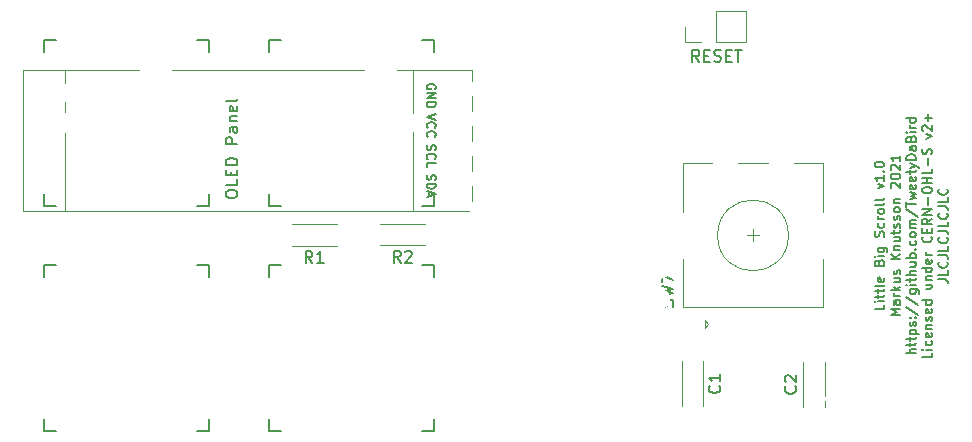
<source format=gto>
%TF.GenerationSoftware,KiCad,Pcbnew,(5.1.9)-1*%
%TF.CreationDate,2021-11-30T13:31:35+01:00*%
%TF.ProjectId,Little_Big_Scroll,4c697474-6c65-45f4-9269-675f5363726f,v1.0*%
%TF.SameCoordinates,Original*%
%TF.FileFunction,Legend,Top*%
%TF.FilePolarity,Positive*%
%FSLAX46Y46*%
G04 Gerber Fmt 4.6, Leading zero omitted, Abs format (unit mm)*
G04 Created by KiCad (PCBNEW (5.1.9)-1) date 2021-11-30 13:31:35*
%MOMM*%
%LPD*%
G01*
G04 APERTURE LIST*
%ADD10C,0.150000*%
%ADD11C,0.120000*%
%ADD12C,0.040000*%
%ADD13C,2.000000*%
%ADD14R,2.000000X3.200000*%
%ADD15R,2.000000X2.000000*%
%ADD16C,1.752600*%
%ADD17R,1.752600X1.752600*%
%ADD18C,1.701800*%
%ADD19C,3.987800*%
%ADD20C,3.000000*%
%ADD21O,1.700000X1.700000*%
%ADD22R,1.700000X1.700000*%
%ADD23C,3.700000*%
%ADD24O,1.400000X1.400000*%
%ADD25C,1.400000*%
G04 APERTURE END LIST*
D10*
X230471904Y-117408571D02*
X230471904Y-117789523D01*
X229671904Y-117789523D01*
X230471904Y-117141904D02*
X229938571Y-117141904D01*
X229671904Y-117141904D02*
X229710000Y-117180000D01*
X229748095Y-117141904D01*
X229710000Y-117103809D01*
X229671904Y-117141904D01*
X229748095Y-117141904D01*
X229938571Y-116875238D02*
X229938571Y-116570476D01*
X229671904Y-116760952D02*
X230357619Y-116760952D01*
X230433809Y-116722857D01*
X230471904Y-116646666D01*
X230471904Y-116570476D01*
X229938571Y-116418095D02*
X229938571Y-116113333D01*
X229671904Y-116303809D02*
X230357619Y-116303809D01*
X230433809Y-116265714D01*
X230471904Y-116189523D01*
X230471904Y-116113333D01*
X230471904Y-115732380D02*
X230433809Y-115808571D01*
X230357619Y-115846666D01*
X229671904Y-115846666D01*
X230433809Y-115122857D02*
X230471904Y-115199047D01*
X230471904Y-115351428D01*
X230433809Y-115427619D01*
X230357619Y-115465714D01*
X230052857Y-115465714D01*
X229976666Y-115427619D01*
X229938571Y-115351428D01*
X229938571Y-115199047D01*
X229976666Y-115122857D01*
X230052857Y-115084761D01*
X230129047Y-115084761D01*
X230205238Y-115465714D01*
X230052857Y-113865714D02*
X230090952Y-113751428D01*
X230129047Y-113713333D01*
X230205238Y-113675238D01*
X230319523Y-113675238D01*
X230395714Y-113713333D01*
X230433809Y-113751428D01*
X230471904Y-113827619D01*
X230471904Y-114132380D01*
X229671904Y-114132380D01*
X229671904Y-113865714D01*
X229710000Y-113789523D01*
X229748095Y-113751428D01*
X229824285Y-113713333D01*
X229900476Y-113713333D01*
X229976666Y-113751428D01*
X230014761Y-113789523D01*
X230052857Y-113865714D01*
X230052857Y-114132380D01*
X230471904Y-113332380D02*
X229938571Y-113332380D01*
X229671904Y-113332380D02*
X229710000Y-113370476D01*
X229748095Y-113332380D01*
X229710000Y-113294285D01*
X229671904Y-113332380D01*
X229748095Y-113332380D01*
X229938571Y-112608571D02*
X230586190Y-112608571D01*
X230662380Y-112646666D01*
X230700476Y-112684761D01*
X230738571Y-112760952D01*
X230738571Y-112875238D01*
X230700476Y-112951428D01*
X230433809Y-112608571D02*
X230471904Y-112684761D01*
X230471904Y-112837142D01*
X230433809Y-112913333D01*
X230395714Y-112951428D01*
X230319523Y-112989523D01*
X230090952Y-112989523D01*
X230014761Y-112951428D01*
X229976666Y-112913333D01*
X229938571Y-112837142D01*
X229938571Y-112684761D01*
X229976666Y-112608571D01*
X230433809Y-111656190D02*
X230471904Y-111541904D01*
X230471904Y-111351428D01*
X230433809Y-111275238D01*
X230395714Y-111237142D01*
X230319523Y-111199047D01*
X230243333Y-111199047D01*
X230167142Y-111237142D01*
X230129047Y-111275238D01*
X230090952Y-111351428D01*
X230052857Y-111503809D01*
X230014761Y-111580000D01*
X229976666Y-111618095D01*
X229900476Y-111656190D01*
X229824285Y-111656190D01*
X229748095Y-111618095D01*
X229710000Y-111580000D01*
X229671904Y-111503809D01*
X229671904Y-111313333D01*
X229710000Y-111199047D01*
X230433809Y-110513333D02*
X230471904Y-110589523D01*
X230471904Y-110741904D01*
X230433809Y-110818095D01*
X230395714Y-110856190D01*
X230319523Y-110894285D01*
X230090952Y-110894285D01*
X230014761Y-110856190D01*
X229976666Y-110818095D01*
X229938571Y-110741904D01*
X229938571Y-110589523D01*
X229976666Y-110513333D01*
X230471904Y-110170476D02*
X229938571Y-110170476D01*
X230090952Y-110170476D02*
X230014761Y-110132380D01*
X229976666Y-110094285D01*
X229938571Y-110018095D01*
X229938571Y-109941904D01*
X230471904Y-109560952D02*
X230433809Y-109637142D01*
X230395714Y-109675238D01*
X230319523Y-109713333D01*
X230090952Y-109713333D01*
X230014761Y-109675238D01*
X229976666Y-109637142D01*
X229938571Y-109560952D01*
X229938571Y-109446666D01*
X229976666Y-109370476D01*
X230014761Y-109332380D01*
X230090952Y-109294285D01*
X230319523Y-109294285D01*
X230395714Y-109332380D01*
X230433809Y-109370476D01*
X230471904Y-109446666D01*
X230471904Y-109560952D01*
X230471904Y-108837142D02*
X230433809Y-108913333D01*
X230357619Y-108951428D01*
X229671904Y-108951428D01*
X230471904Y-108418095D02*
X230433809Y-108494285D01*
X230357619Y-108532380D01*
X229671904Y-108532380D01*
X229938571Y-107580000D02*
X230471904Y-107389523D01*
X229938571Y-107199047D01*
X230471904Y-106475238D02*
X230471904Y-106932380D01*
X230471904Y-106703809D02*
X229671904Y-106703809D01*
X229786190Y-106780000D01*
X229862380Y-106856190D01*
X229900476Y-106932380D01*
X230395714Y-106132380D02*
X230433809Y-106094285D01*
X230471904Y-106132380D01*
X230433809Y-106170476D01*
X230395714Y-106132380D01*
X230471904Y-106132380D01*
X229671904Y-105599047D02*
X229671904Y-105522857D01*
X229710000Y-105446666D01*
X229748095Y-105408571D01*
X229824285Y-105370476D01*
X229976666Y-105332380D01*
X230167142Y-105332380D01*
X230319523Y-105370476D01*
X230395714Y-105408571D01*
X230433809Y-105446666D01*
X230471904Y-105522857D01*
X230471904Y-105599047D01*
X230433809Y-105675238D01*
X230395714Y-105713333D01*
X230319523Y-105751428D01*
X230167142Y-105789523D01*
X229976666Y-105789523D01*
X229824285Y-105751428D01*
X229748095Y-105713333D01*
X229710000Y-105675238D01*
X229671904Y-105599047D01*
X231821904Y-118322857D02*
X231021904Y-118322857D01*
X231593333Y-118056190D01*
X231021904Y-117789523D01*
X231821904Y-117789523D01*
X231821904Y-117065714D02*
X231402857Y-117065714D01*
X231326666Y-117103809D01*
X231288571Y-117180000D01*
X231288571Y-117332380D01*
X231326666Y-117408571D01*
X231783809Y-117065714D02*
X231821904Y-117141904D01*
X231821904Y-117332380D01*
X231783809Y-117408571D01*
X231707619Y-117446666D01*
X231631428Y-117446666D01*
X231555238Y-117408571D01*
X231517142Y-117332380D01*
X231517142Y-117141904D01*
X231479047Y-117065714D01*
X231821904Y-116684761D02*
X231288571Y-116684761D01*
X231440952Y-116684761D02*
X231364761Y-116646666D01*
X231326666Y-116608571D01*
X231288571Y-116532380D01*
X231288571Y-116456190D01*
X231821904Y-116189523D02*
X231021904Y-116189523D01*
X231517142Y-116113333D02*
X231821904Y-115884761D01*
X231288571Y-115884761D02*
X231593333Y-116189523D01*
X231288571Y-115199047D02*
X231821904Y-115199047D01*
X231288571Y-115541904D02*
X231707619Y-115541904D01*
X231783809Y-115503809D01*
X231821904Y-115427619D01*
X231821904Y-115313333D01*
X231783809Y-115237142D01*
X231745714Y-115199047D01*
X231783809Y-114856190D02*
X231821904Y-114780000D01*
X231821904Y-114627619D01*
X231783809Y-114551428D01*
X231707619Y-114513333D01*
X231669523Y-114513333D01*
X231593333Y-114551428D01*
X231555238Y-114627619D01*
X231555238Y-114741904D01*
X231517142Y-114818095D01*
X231440952Y-114856190D01*
X231402857Y-114856190D01*
X231326666Y-114818095D01*
X231288571Y-114741904D01*
X231288571Y-114627619D01*
X231326666Y-114551428D01*
X231821904Y-113560952D02*
X231021904Y-113560952D01*
X231821904Y-113103809D02*
X231364761Y-113446666D01*
X231021904Y-113103809D02*
X231479047Y-113560952D01*
X231288571Y-112760952D02*
X231821904Y-112760952D01*
X231364761Y-112760952D02*
X231326666Y-112722857D01*
X231288571Y-112646666D01*
X231288571Y-112532380D01*
X231326666Y-112456190D01*
X231402857Y-112418095D01*
X231821904Y-112418095D01*
X231288571Y-111694285D02*
X231821904Y-111694285D01*
X231288571Y-112037142D02*
X231707619Y-112037142D01*
X231783809Y-111999047D01*
X231821904Y-111922857D01*
X231821904Y-111808571D01*
X231783809Y-111732380D01*
X231745714Y-111694285D01*
X231288571Y-111427619D02*
X231288571Y-111122857D01*
X231021904Y-111313333D02*
X231707619Y-111313333D01*
X231783809Y-111275238D01*
X231821904Y-111199047D01*
X231821904Y-111122857D01*
X231783809Y-110894285D02*
X231821904Y-110818095D01*
X231821904Y-110665714D01*
X231783809Y-110589523D01*
X231707619Y-110551428D01*
X231669523Y-110551428D01*
X231593333Y-110589523D01*
X231555238Y-110665714D01*
X231555238Y-110780000D01*
X231517142Y-110856190D01*
X231440952Y-110894285D01*
X231402857Y-110894285D01*
X231326666Y-110856190D01*
X231288571Y-110780000D01*
X231288571Y-110665714D01*
X231326666Y-110589523D01*
X231783809Y-110246666D02*
X231821904Y-110170476D01*
X231821904Y-110018095D01*
X231783809Y-109941904D01*
X231707619Y-109903809D01*
X231669523Y-109903809D01*
X231593333Y-109941904D01*
X231555238Y-110018095D01*
X231555238Y-110132380D01*
X231517142Y-110208571D01*
X231440952Y-110246666D01*
X231402857Y-110246666D01*
X231326666Y-110208571D01*
X231288571Y-110132380D01*
X231288571Y-110018095D01*
X231326666Y-109941904D01*
X231821904Y-109446666D02*
X231783809Y-109522857D01*
X231745714Y-109560952D01*
X231669523Y-109599047D01*
X231440952Y-109599047D01*
X231364761Y-109560952D01*
X231326666Y-109522857D01*
X231288571Y-109446666D01*
X231288571Y-109332380D01*
X231326666Y-109256190D01*
X231364761Y-109218095D01*
X231440952Y-109180000D01*
X231669523Y-109180000D01*
X231745714Y-109218095D01*
X231783809Y-109256190D01*
X231821904Y-109332380D01*
X231821904Y-109446666D01*
X231288571Y-108837142D02*
X231821904Y-108837142D01*
X231364761Y-108837142D02*
X231326666Y-108799047D01*
X231288571Y-108722857D01*
X231288571Y-108608571D01*
X231326666Y-108532380D01*
X231402857Y-108494285D01*
X231821904Y-108494285D01*
X231098095Y-107541904D02*
X231060000Y-107503809D01*
X231021904Y-107427619D01*
X231021904Y-107237142D01*
X231060000Y-107160952D01*
X231098095Y-107122857D01*
X231174285Y-107084761D01*
X231250476Y-107084761D01*
X231364761Y-107122857D01*
X231821904Y-107580000D01*
X231821904Y-107084761D01*
X231021904Y-106589523D02*
X231021904Y-106513333D01*
X231060000Y-106437142D01*
X231098095Y-106399047D01*
X231174285Y-106360952D01*
X231326666Y-106322857D01*
X231517142Y-106322857D01*
X231669523Y-106360952D01*
X231745714Y-106399047D01*
X231783809Y-106437142D01*
X231821904Y-106513333D01*
X231821904Y-106589523D01*
X231783809Y-106665714D01*
X231745714Y-106703809D01*
X231669523Y-106741904D01*
X231517142Y-106780000D01*
X231326666Y-106780000D01*
X231174285Y-106741904D01*
X231098095Y-106703809D01*
X231060000Y-106665714D01*
X231021904Y-106589523D01*
X231098095Y-106018095D02*
X231060000Y-105980000D01*
X231021904Y-105903809D01*
X231021904Y-105713333D01*
X231060000Y-105637142D01*
X231098095Y-105599047D01*
X231174285Y-105560952D01*
X231250476Y-105560952D01*
X231364761Y-105599047D01*
X231821904Y-106056190D01*
X231821904Y-105560952D01*
X231821904Y-104799047D02*
X231821904Y-105256190D01*
X231821904Y-105027619D02*
X231021904Y-105027619D01*
X231136190Y-105103809D01*
X231212380Y-105180000D01*
X231250476Y-105256190D01*
X233171904Y-121541904D02*
X232371904Y-121541904D01*
X233171904Y-121199047D02*
X232752857Y-121199047D01*
X232676666Y-121237142D01*
X232638571Y-121313333D01*
X232638571Y-121427619D01*
X232676666Y-121503809D01*
X232714761Y-121541904D01*
X232638571Y-120932380D02*
X232638571Y-120627619D01*
X232371904Y-120818095D02*
X233057619Y-120818095D01*
X233133809Y-120780000D01*
X233171904Y-120703809D01*
X233171904Y-120627619D01*
X232638571Y-120475238D02*
X232638571Y-120170476D01*
X232371904Y-120360952D02*
X233057619Y-120360952D01*
X233133809Y-120322857D01*
X233171904Y-120246666D01*
X233171904Y-120170476D01*
X232638571Y-119903809D02*
X233438571Y-119903809D01*
X232676666Y-119903809D02*
X232638571Y-119827619D01*
X232638571Y-119675238D01*
X232676666Y-119599047D01*
X232714761Y-119560952D01*
X232790952Y-119522857D01*
X233019523Y-119522857D01*
X233095714Y-119560952D01*
X233133809Y-119599047D01*
X233171904Y-119675238D01*
X233171904Y-119827619D01*
X233133809Y-119903809D01*
X233133809Y-119218095D02*
X233171904Y-119141904D01*
X233171904Y-118989523D01*
X233133809Y-118913333D01*
X233057619Y-118875238D01*
X233019523Y-118875238D01*
X232943333Y-118913333D01*
X232905238Y-118989523D01*
X232905238Y-119103809D01*
X232867142Y-119180000D01*
X232790952Y-119218095D01*
X232752857Y-119218095D01*
X232676666Y-119180000D01*
X232638571Y-119103809D01*
X232638571Y-118989523D01*
X232676666Y-118913333D01*
X233095714Y-118532380D02*
X233133809Y-118494285D01*
X233171904Y-118532380D01*
X233133809Y-118570476D01*
X233095714Y-118532380D01*
X233171904Y-118532380D01*
X232676666Y-118532380D02*
X232714761Y-118494285D01*
X232752857Y-118532380D01*
X232714761Y-118570476D01*
X232676666Y-118532380D01*
X232752857Y-118532380D01*
X232333809Y-117580000D02*
X233362380Y-118265714D01*
X232333809Y-116741904D02*
X233362380Y-117427619D01*
X232638571Y-116132380D02*
X233286190Y-116132380D01*
X233362380Y-116170476D01*
X233400476Y-116208571D01*
X233438571Y-116284761D01*
X233438571Y-116399047D01*
X233400476Y-116475238D01*
X233133809Y-116132380D02*
X233171904Y-116208571D01*
X233171904Y-116360952D01*
X233133809Y-116437142D01*
X233095714Y-116475238D01*
X233019523Y-116513333D01*
X232790952Y-116513333D01*
X232714761Y-116475238D01*
X232676666Y-116437142D01*
X232638571Y-116360952D01*
X232638571Y-116208571D01*
X232676666Y-116132380D01*
X233171904Y-115751428D02*
X232638571Y-115751428D01*
X232371904Y-115751428D02*
X232410000Y-115789523D01*
X232448095Y-115751428D01*
X232410000Y-115713333D01*
X232371904Y-115751428D01*
X232448095Y-115751428D01*
X232638571Y-115484761D02*
X232638571Y-115180000D01*
X232371904Y-115370476D02*
X233057619Y-115370476D01*
X233133809Y-115332380D01*
X233171904Y-115256190D01*
X233171904Y-115180000D01*
X233171904Y-114913333D02*
X232371904Y-114913333D01*
X233171904Y-114570476D02*
X232752857Y-114570476D01*
X232676666Y-114608571D01*
X232638571Y-114684761D01*
X232638571Y-114799047D01*
X232676666Y-114875238D01*
X232714761Y-114913333D01*
X232638571Y-113846666D02*
X233171904Y-113846666D01*
X232638571Y-114189523D02*
X233057619Y-114189523D01*
X233133809Y-114151428D01*
X233171904Y-114075238D01*
X233171904Y-113960952D01*
X233133809Y-113884761D01*
X233095714Y-113846666D01*
X233171904Y-113465714D02*
X232371904Y-113465714D01*
X232676666Y-113465714D02*
X232638571Y-113389523D01*
X232638571Y-113237142D01*
X232676666Y-113160952D01*
X232714761Y-113122857D01*
X232790952Y-113084761D01*
X233019523Y-113084761D01*
X233095714Y-113122857D01*
X233133809Y-113160952D01*
X233171904Y-113237142D01*
X233171904Y-113389523D01*
X233133809Y-113465714D01*
X233095714Y-112741904D02*
X233133809Y-112703809D01*
X233171904Y-112741904D01*
X233133809Y-112780000D01*
X233095714Y-112741904D01*
X233171904Y-112741904D01*
X233133809Y-112018095D02*
X233171904Y-112094285D01*
X233171904Y-112246666D01*
X233133809Y-112322857D01*
X233095714Y-112360952D01*
X233019523Y-112399047D01*
X232790952Y-112399047D01*
X232714761Y-112360952D01*
X232676666Y-112322857D01*
X232638571Y-112246666D01*
X232638571Y-112094285D01*
X232676666Y-112018095D01*
X233171904Y-111560952D02*
X233133809Y-111637142D01*
X233095714Y-111675238D01*
X233019523Y-111713333D01*
X232790952Y-111713333D01*
X232714761Y-111675238D01*
X232676666Y-111637142D01*
X232638571Y-111560952D01*
X232638571Y-111446666D01*
X232676666Y-111370476D01*
X232714761Y-111332380D01*
X232790952Y-111294285D01*
X233019523Y-111294285D01*
X233095714Y-111332380D01*
X233133809Y-111370476D01*
X233171904Y-111446666D01*
X233171904Y-111560952D01*
X233171904Y-110951428D02*
X232638571Y-110951428D01*
X232714761Y-110951428D02*
X232676666Y-110913333D01*
X232638571Y-110837142D01*
X232638571Y-110722857D01*
X232676666Y-110646666D01*
X232752857Y-110608571D01*
X233171904Y-110608571D01*
X232752857Y-110608571D02*
X232676666Y-110570476D01*
X232638571Y-110494285D01*
X232638571Y-110380000D01*
X232676666Y-110303809D01*
X232752857Y-110265714D01*
X233171904Y-110265714D01*
X232333809Y-109313333D02*
X233362380Y-109999047D01*
X232371904Y-109160952D02*
X232371904Y-108703809D01*
X233171904Y-108932380D02*
X232371904Y-108932380D01*
X232638571Y-108513333D02*
X233171904Y-108360952D01*
X232790952Y-108208571D01*
X233171904Y-108056190D01*
X232638571Y-107903809D01*
X233133809Y-107294285D02*
X233171904Y-107370476D01*
X233171904Y-107522857D01*
X233133809Y-107599047D01*
X233057619Y-107637142D01*
X232752857Y-107637142D01*
X232676666Y-107599047D01*
X232638571Y-107522857D01*
X232638571Y-107370476D01*
X232676666Y-107294285D01*
X232752857Y-107256190D01*
X232829047Y-107256190D01*
X232905238Y-107637142D01*
X233133809Y-106608571D02*
X233171904Y-106684761D01*
X233171904Y-106837142D01*
X233133809Y-106913333D01*
X233057619Y-106951428D01*
X232752857Y-106951428D01*
X232676666Y-106913333D01*
X232638571Y-106837142D01*
X232638571Y-106684761D01*
X232676666Y-106608571D01*
X232752857Y-106570476D01*
X232829047Y-106570476D01*
X232905238Y-106951428D01*
X232638571Y-106341904D02*
X232638571Y-106037142D01*
X232371904Y-106227619D02*
X233057619Y-106227619D01*
X233133809Y-106189523D01*
X233171904Y-106113333D01*
X233171904Y-106037142D01*
X232638571Y-105846666D02*
X233171904Y-105656190D01*
X232638571Y-105465714D02*
X233171904Y-105656190D01*
X233362380Y-105732380D01*
X233400476Y-105770476D01*
X233438571Y-105846666D01*
X233171904Y-105160952D02*
X232371904Y-105160952D01*
X232371904Y-104970476D01*
X232410000Y-104856190D01*
X232486190Y-104780000D01*
X232562380Y-104741904D01*
X232714761Y-104703809D01*
X232829047Y-104703809D01*
X232981428Y-104741904D01*
X233057619Y-104780000D01*
X233133809Y-104856190D01*
X233171904Y-104970476D01*
X233171904Y-105160952D01*
X233171904Y-104018095D02*
X232752857Y-104018095D01*
X232676666Y-104056190D01*
X232638571Y-104132380D01*
X232638571Y-104284761D01*
X232676666Y-104360952D01*
X233133809Y-104018095D02*
X233171904Y-104094285D01*
X233171904Y-104284761D01*
X233133809Y-104360952D01*
X233057619Y-104399047D01*
X232981428Y-104399047D01*
X232905238Y-104360952D01*
X232867142Y-104284761D01*
X232867142Y-104094285D01*
X232829047Y-104018095D01*
X232752857Y-103370476D02*
X232790952Y-103256190D01*
X232829047Y-103218095D01*
X232905238Y-103180000D01*
X233019523Y-103180000D01*
X233095714Y-103218095D01*
X233133809Y-103256190D01*
X233171904Y-103332380D01*
X233171904Y-103637142D01*
X232371904Y-103637142D01*
X232371904Y-103370476D01*
X232410000Y-103294285D01*
X232448095Y-103256190D01*
X232524285Y-103218095D01*
X232600476Y-103218095D01*
X232676666Y-103256190D01*
X232714761Y-103294285D01*
X232752857Y-103370476D01*
X232752857Y-103637142D01*
X233171904Y-102837142D02*
X232638571Y-102837142D01*
X232371904Y-102837142D02*
X232410000Y-102875238D01*
X232448095Y-102837142D01*
X232410000Y-102799047D01*
X232371904Y-102837142D01*
X232448095Y-102837142D01*
X233171904Y-102456190D02*
X232638571Y-102456190D01*
X232790952Y-102456190D02*
X232714761Y-102418095D01*
X232676666Y-102380000D01*
X232638571Y-102303809D01*
X232638571Y-102227619D01*
X233171904Y-101618095D02*
X232371904Y-101618095D01*
X233133809Y-101618095D02*
X233171904Y-101694285D01*
X233171904Y-101846666D01*
X233133809Y-101922857D01*
X233095714Y-101960952D01*
X233019523Y-101999047D01*
X232790952Y-101999047D01*
X232714761Y-101960952D01*
X232676666Y-101922857D01*
X232638571Y-101846666D01*
X232638571Y-101694285D01*
X232676666Y-101618095D01*
X234521904Y-121484761D02*
X234521904Y-121865714D01*
X233721904Y-121865714D01*
X234521904Y-121218095D02*
X233988571Y-121218095D01*
X233721904Y-121218095D02*
X233760000Y-121256190D01*
X233798095Y-121218095D01*
X233760000Y-121180000D01*
X233721904Y-121218095D01*
X233798095Y-121218095D01*
X234483809Y-120494285D02*
X234521904Y-120570476D01*
X234521904Y-120722857D01*
X234483809Y-120799047D01*
X234445714Y-120837142D01*
X234369523Y-120875238D01*
X234140952Y-120875238D01*
X234064761Y-120837142D01*
X234026666Y-120799047D01*
X233988571Y-120722857D01*
X233988571Y-120570476D01*
X234026666Y-120494285D01*
X234483809Y-119846666D02*
X234521904Y-119922857D01*
X234521904Y-120075238D01*
X234483809Y-120151428D01*
X234407619Y-120189523D01*
X234102857Y-120189523D01*
X234026666Y-120151428D01*
X233988571Y-120075238D01*
X233988571Y-119922857D01*
X234026666Y-119846666D01*
X234102857Y-119808571D01*
X234179047Y-119808571D01*
X234255238Y-120189523D01*
X233988571Y-119465714D02*
X234521904Y-119465714D01*
X234064761Y-119465714D02*
X234026666Y-119427619D01*
X233988571Y-119351428D01*
X233988571Y-119237142D01*
X234026666Y-119160952D01*
X234102857Y-119122857D01*
X234521904Y-119122857D01*
X234483809Y-118780000D02*
X234521904Y-118703809D01*
X234521904Y-118551428D01*
X234483809Y-118475238D01*
X234407619Y-118437142D01*
X234369523Y-118437142D01*
X234293333Y-118475238D01*
X234255238Y-118551428D01*
X234255238Y-118665714D01*
X234217142Y-118741904D01*
X234140952Y-118780000D01*
X234102857Y-118780000D01*
X234026666Y-118741904D01*
X233988571Y-118665714D01*
X233988571Y-118551428D01*
X234026666Y-118475238D01*
X234483809Y-117789523D02*
X234521904Y-117865714D01*
X234521904Y-118018095D01*
X234483809Y-118094285D01*
X234407619Y-118132380D01*
X234102857Y-118132380D01*
X234026666Y-118094285D01*
X233988571Y-118018095D01*
X233988571Y-117865714D01*
X234026666Y-117789523D01*
X234102857Y-117751428D01*
X234179047Y-117751428D01*
X234255238Y-118132380D01*
X234521904Y-117065714D02*
X233721904Y-117065714D01*
X234483809Y-117065714D02*
X234521904Y-117141904D01*
X234521904Y-117294285D01*
X234483809Y-117370476D01*
X234445714Y-117408571D01*
X234369523Y-117446666D01*
X234140952Y-117446666D01*
X234064761Y-117408571D01*
X234026666Y-117370476D01*
X233988571Y-117294285D01*
X233988571Y-117141904D01*
X234026666Y-117065714D01*
X233988571Y-115732380D02*
X234521904Y-115732380D01*
X233988571Y-116075238D02*
X234407619Y-116075238D01*
X234483809Y-116037142D01*
X234521904Y-115960952D01*
X234521904Y-115846666D01*
X234483809Y-115770476D01*
X234445714Y-115732380D01*
X233988571Y-115351428D02*
X234521904Y-115351428D01*
X234064761Y-115351428D02*
X234026666Y-115313333D01*
X233988571Y-115237142D01*
X233988571Y-115122857D01*
X234026666Y-115046666D01*
X234102857Y-115008571D01*
X234521904Y-115008571D01*
X234521904Y-114284761D02*
X233721904Y-114284761D01*
X234483809Y-114284761D02*
X234521904Y-114360952D01*
X234521904Y-114513333D01*
X234483809Y-114589523D01*
X234445714Y-114627619D01*
X234369523Y-114665714D01*
X234140952Y-114665714D01*
X234064761Y-114627619D01*
X234026666Y-114589523D01*
X233988571Y-114513333D01*
X233988571Y-114360952D01*
X234026666Y-114284761D01*
X234483809Y-113599047D02*
X234521904Y-113675238D01*
X234521904Y-113827619D01*
X234483809Y-113903809D01*
X234407619Y-113941904D01*
X234102857Y-113941904D01*
X234026666Y-113903809D01*
X233988571Y-113827619D01*
X233988571Y-113675238D01*
X234026666Y-113599047D01*
X234102857Y-113560952D01*
X234179047Y-113560952D01*
X234255238Y-113941904D01*
X234521904Y-113218095D02*
X233988571Y-113218095D01*
X234140952Y-113218095D02*
X234064761Y-113180000D01*
X234026666Y-113141904D01*
X233988571Y-113065714D01*
X233988571Y-112989523D01*
X234445714Y-111656190D02*
X234483809Y-111694285D01*
X234521904Y-111808571D01*
X234521904Y-111884761D01*
X234483809Y-111999047D01*
X234407619Y-112075238D01*
X234331428Y-112113333D01*
X234179047Y-112151428D01*
X234064761Y-112151428D01*
X233912380Y-112113333D01*
X233836190Y-112075238D01*
X233760000Y-111999047D01*
X233721904Y-111884761D01*
X233721904Y-111808571D01*
X233760000Y-111694285D01*
X233798095Y-111656190D01*
X234102857Y-111313333D02*
X234102857Y-111046666D01*
X234521904Y-110932380D02*
X234521904Y-111313333D01*
X233721904Y-111313333D01*
X233721904Y-110932380D01*
X234521904Y-110132380D02*
X234140952Y-110399047D01*
X234521904Y-110589523D02*
X233721904Y-110589523D01*
X233721904Y-110284761D01*
X233760000Y-110208571D01*
X233798095Y-110170476D01*
X233874285Y-110132380D01*
X233988571Y-110132380D01*
X234064761Y-110170476D01*
X234102857Y-110208571D01*
X234140952Y-110284761D01*
X234140952Y-110589523D01*
X234521904Y-109789523D02*
X233721904Y-109789523D01*
X234521904Y-109332380D01*
X233721904Y-109332380D01*
X234217142Y-108951428D02*
X234217142Y-108341904D01*
X233721904Y-107808571D02*
X233721904Y-107656190D01*
X233760000Y-107580000D01*
X233836190Y-107503809D01*
X233988571Y-107465714D01*
X234255238Y-107465714D01*
X234407619Y-107503809D01*
X234483809Y-107580000D01*
X234521904Y-107656190D01*
X234521904Y-107808571D01*
X234483809Y-107884761D01*
X234407619Y-107960952D01*
X234255238Y-107999047D01*
X233988571Y-107999047D01*
X233836190Y-107960952D01*
X233760000Y-107884761D01*
X233721904Y-107808571D01*
X234521904Y-107122857D02*
X233721904Y-107122857D01*
X234102857Y-107122857D02*
X234102857Y-106665714D01*
X234521904Y-106665714D02*
X233721904Y-106665714D01*
X234521904Y-105903809D02*
X234521904Y-106284761D01*
X233721904Y-106284761D01*
X234217142Y-105637142D02*
X234217142Y-105027619D01*
X234483809Y-104684761D02*
X234521904Y-104570476D01*
X234521904Y-104380000D01*
X234483809Y-104303809D01*
X234445714Y-104265714D01*
X234369523Y-104227619D01*
X234293333Y-104227619D01*
X234217142Y-104265714D01*
X234179047Y-104303809D01*
X234140952Y-104380000D01*
X234102857Y-104532380D01*
X234064761Y-104608571D01*
X234026666Y-104646666D01*
X233950476Y-104684761D01*
X233874285Y-104684761D01*
X233798095Y-104646666D01*
X233760000Y-104608571D01*
X233721904Y-104532380D01*
X233721904Y-104341904D01*
X233760000Y-104227619D01*
X233988571Y-103351428D02*
X234521904Y-103160952D01*
X233988571Y-102970476D01*
X233798095Y-102703809D02*
X233760000Y-102665714D01*
X233721904Y-102589523D01*
X233721904Y-102399047D01*
X233760000Y-102322857D01*
X233798095Y-102284761D01*
X233874285Y-102246666D01*
X233950476Y-102246666D01*
X234064761Y-102284761D01*
X234521904Y-102741904D01*
X234521904Y-102246666D01*
X234217142Y-101903809D02*
X234217142Y-101294285D01*
X234521904Y-101599047D02*
X233912380Y-101599047D01*
X235071904Y-115275238D02*
X235643333Y-115275238D01*
X235757619Y-115313333D01*
X235833809Y-115389523D01*
X235871904Y-115503809D01*
X235871904Y-115580000D01*
X235871904Y-114513333D02*
X235871904Y-114894285D01*
X235071904Y-114894285D01*
X235795714Y-113789523D02*
X235833809Y-113827619D01*
X235871904Y-113941904D01*
X235871904Y-114018095D01*
X235833809Y-114132380D01*
X235757619Y-114208571D01*
X235681428Y-114246666D01*
X235529047Y-114284761D01*
X235414761Y-114284761D01*
X235262380Y-114246666D01*
X235186190Y-114208571D01*
X235110000Y-114132380D01*
X235071904Y-114018095D01*
X235071904Y-113941904D01*
X235110000Y-113827619D01*
X235148095Y-113789523D01*
X235071904Y-113218095D02*
X235643333Y-113218095D01*
X235757619Y-113256190D01*
X235833809Y-113332380D01*
X235871904Y-113446666D01*
X235871904Y-113522857D01*
X235871904Y-112456190D02*
X235871904Y-112837142D01*
X235071904Y-112837142D01*
X235795714Y-111732380D02*
X235833809Y-111770476D01*
X235871904Y-111884761D01*
X235871904Y-111960952D01*
X235833809Y-112075238D01*
X235757619Y-112151428D01*
X235681428Y-112189523D01*
X235529047Y-112227619D01*
X235414761Y-112227619D01*
X235262380Y-112189523D01*
X235186190Y-112151428D01*
X235110000Y-112075238D01*
X235071904Y-111960952D01*
X235071904Y-111884761D01*
X235110000Y-111770476D01*
X235148095Y-111732380D01*
X235071904Y-111160952D02*
X235643333Y-111160952D01*
X235757619Y-111199047D01*
X235833809Y-111275238D01*
X235871904Y-111389523D01*
X235871904Y-111465714D01*
X235871904Y-110399047D02*
X235871904Y-110780000D01*
X235071904Y-110780000D01*
X235795714Y-109675238D02*
X235833809Y-109713333D01*
X235871904Y-109827619D01*
X235871904Y-109903809D01*
X235833809Y-110018095D01*
X235757619Y-110094285D01*
X235681428Y-110132380D01*
X235529047Y-110170476D01*
X235414761Y-110170476D01*
X235262380Y-110132380D01*
X235186190Y-110094285D01*
X235110000Y-110018095D01*
X235071904Y-109903809D01*
X235071904Y-109827619D01*
X235110000Y-109713333D01*
X235148095Y-109675238D01*
X235071904Y-109103809D02*
X235643333Y-109103809D01*
X235757619Y-109141904D01*
X235833809Y-109218095D01*
X235871904Y-109332380D01*
X235871904Y-109408571D01*
X235871904Y-108341904D02*
X235871904Y-108722857D01*
X235071904Y-108722857D01*
X235795714Y-107618095D02*
X235833809Y-107656190D01*
X235871904Y-107770476D01*
X235871904Y-107846666D01*
X235833809Y-107960952D01*
X235757619Y-108037142D01*
X235681428Y-108075238D01*
X235529047Y-108113333D01*
X235414761Y-108113333D01*
X235262380Y-108075238D01*
X235186190Y-108037142D01*
X235110000Y-107960952D01*
X235071904Y-107846666D01*
X235071904Y-107770476D01*
X235110000Y-107656190D01*
X235148095Y-107618095D01*
D11*
X222380000Y-111555000D02*
G75*
G03*
X222380000Y-111555000I-3000000J0D01*
G01*
X213480000Y-109555000D02*
X213480000Y-105455000D01*
X225280000Y-105455000D02*
X225280000Y-109555000D01*
X225280000Y-113555000D02*
X225280000Y-117655000D01*
X213480000Y-113555000D02*
X213480000Y-117655000D01*
X213480000Y-117655000D02*
X225280000Y-117655000D01*
X215580000Y-119055000D02*
X215280000Y-119355000D01*
X215280000Y-119355000D02*
X215280000Y-118755000D01*
X215280000Y-118755000D02*
X215580000Y-119055000D01*
X213480000Y-105455000D02*
X215880000Y-105455000D01*
X218080000Y-105455000D02*
X220680000Y-105455000D01*
X222880000Y-105455000D02*
X225280000Y-105455000D01*
X218880000Y-111555000D02*
X219880000Y-111555000D01*
X219380000Y-112055000D02*
X219380000Y-111055000D01*
D10*
X192380000Y-114080000D02*
X192380000Y-115080000D01*
X191380000Y-128080000D02*
X192380000Y-128080000D01*
X192380000Y-114080000D02*
X191380000Y-114080000D01*
X192380000Y-127080000D02*
X192380000Y-128080000D01*
X178380000Y-128080000D02*
X178380000Y-127080000D01*
X179380000Y-114080000D02*
X178380000Y-114080000D01*
X178380000Y-128080000D02*
X179380000Y-128080000D01*
X178380000Y-115080000D02*
X178380000Y-114080000D01*
X173330000Y-114080000D02*
X173330000Y-115080000D01*
X172330000Y-128080000D02*
X173330000Y-128080000D01*
X173330000Y-114080000D02*
X172330000Y-114080000D01*
X173330000Y-127080000D02*
X173330000Y-128080000D01*
X159330000Y-128080000D02*
X159330000Y-127080000D01*
X160330000Y-114080000D02*
X159330000Y-114080000D01*
X159330000Y-128080000D02*
X160330000Y-128080000D01*
X159330000Y-115080000D02*
X159330000Y-114080000D01*
X192380000Y-95030000D02*
X192380000Y-96030000D01*
X191380000Y-109030000D02*
X192380000Y-109030000D01*
X192380000Y-95030000D02*
X191380000Y-95030000D01*
X192380000Y-108030000D02*
X192380000Y-109030000D01*
X178380000Y-109030000D02*
X178380000Y-108030000D01*
X179380000Y-95030000D02*
X178380000Y-95030000D01*
X178380000Y-109030000D02*
X179380000Y-109030000D01*
X178380000Y-96030000D02*
X178380000Y-95030000D01*
X173330000Y-95030000D02*
X173330000Y-96030000D01*
X172330000Y-109030000D02*
X173330000Y-109030000D01*
X173330000Y-95030000D02*
X172330000Y-95030000D01*
X173330000Y-108030000D02*
X173330000Y-109030000D01*
X159330000Y-109030000D02*
X159330000Y-108030000D01*
X160330000Y-95030000D02*
X159330000Y-95030000D01*
X159330000Y-109030000D02*
X160330000Y-109030000D01*
X159330000Y-96030000D02*
X159330000Y-95030000D01*
D12*
X161105000Y-97530000D02*
X161105000Y-109530000D01*
X190605000Y-97530000D02*
X190605000Y-109530000D01*
X195605000Y-97530000D02*
X157605000Y-97530000D01*
X157605000Y-97530000D02*
X157605000Y-109530000D01*
X157605000Y-109530000D02*
X195605000Y-109530000D01*
X195605000Y-109530000D02*
X195605000Y-97530000D01*
D11*
X218820000Y-95200000D02*
X218820000Y-92540000D01*
X216220000Y-95200000D02*
X218820000Y-95200000D01*
X216220000Y-92540000D02*
X218820000Y-92540000D01*
X216220000Y-95200000D02*
X216220000Y-92540000D01*
X214950000Y-95200000D02*
X213620000Y-95200000D01*
X213620000Y-95200000D02*
X213620000Y-93870000D01*
X223600000Y-126080000D02*
X223600000Y-122240000D01*
X225440000Y-126080000D02*
X225440000Y-122240000D01*
X215170000Y-122190000D02*
X215170000Y-126030000D01*
X213330000Y-122190000D02*
X213330000Y-126030000D01*
X191640000Y-112400000D02*
X187800000Y-112400000D01*
X191640000Y-110560000D02*
X187800000Y-110560000D01*
X184150000Y-112420000D02*
X180310000Y-112420000D01*
X184150000Y-110580000D02*
X180310000Y-110580000D01*
D10*
X212584761Y-117588333D02*
X212632380Y-117445476D01*
X212632380Y-117207380D01*
X212584761Y-117112142D01*
X212537142Y-117064523D01*
X212441904Y-117016904D01*
X212346666Y-117016904D01*
X212251428Y-117064523D01*
X212203809Y-117112142D01*
X212156190Y-117207380D01*
X212108571Y-117397857D01*
X212060952Y-117493095D01*
X212013333Y-117540714D01*
X211918095Y-117588333D01*
X211822857Y-117588333D01*
X211727619Y-117540714D01*
X211680000Y-117493095D01*
X211632380Y-117397857D01*
X211632380Y-117159761D01*
X211680000Y-117016904D01*
X211632380Y-116683571D02*
X212632380Y-116445476D01*
X211918095Y-116255000D01*
X212632380Y-116064523D01*
X211632380Y-115826428D01*
X211632380Y-115540714D02*
X211632380Y-114874047D01*
X212632380Y-115302619D01*
X191801428Y-106429285D02*
X191765714Y-106536428D01*
X191765714Y-106715000D01*
X191801428Y-106786428D01*
X191837142Y-106822142D01*
X191908571Y-106857857D01*
X191980000Y-106857857D01*
X192051428Y-106822142D01*
X192087142Y-106786428D01*
X192122857Y-106715000D01*
X192158571Y-106572142D01*
X192194285Y-106500714D01*
X192230000Y-106465000D01*
X192301428Y-106429285D01*
X192372857Y-106429285D01*
X192444285Y-106465000D01*
X192480000Y-106500714D01*
X192515714Y-106572142D01*
X192515714Y-106750714D01*
X192480000Y-106857857D01*
X191765714Y-107179285D02*
X192515714Y-107179285D01*
X192515714Y-107357857D01*
X192480000Y-107465000D01*
X192408571Y-107536428D01*
X192337142Y-107572142D01*
X192194285Y-107607857D01*
X192087142Y-107607857D01*
X191944285Y-107572142D01*
X191872857Y-107536428D01*
X191801428Y-107465000D01*
X191765714Y-107357857D01*
X191765714Y-107179285D01*
X191980000Y-107893571D02*
X191980000Y-108250714D01*
X191765714Y-107822142D02*
X192515714Y-108072142D01*
X191765714Y-108322142D01*
X191801428Y-103907142D02*
X191765714Y-104014285D01*
X191765714Y-104192857D01*
X191801428Y-104264285D01*
X191837142Y-104300000D01*
X191908571Y-104335714D01*
X191980000Y-104335714D01*
X192051428Y-104300000D01*
X192087142Y-104264285D01*
X192122857Y-104192857D01*
X192158571Y-104050000D01*
X192194285Y-103978571D01*
X192230000Y-103942857D01*
X192301428Y-103907142D01*
X192372857Y-103907142D01*
X192444285Y-103942857D01*
X192480000Y-103978571D01*
X192515714Y-104050000D01*
X192515714Y-104228571D01*
X192480000Y-104335714D01*
X191837142Y-105085714D02*
X191801428Y-105050000D01*
X191765714Y-104942857D01*
X191765714Y-104871428D01*
X191801428Y-104764285D01*
X191872857Y-104692857D01*
X191944285Y-104657142D01*
X192087142Y-104621428D01*
X192194285Y-104621428D01*
X192337142Y-104657142D01*
X192408571Y-104692857D01*
X192480000Y-104764285D01*
X192515714Y-104871428D01*
X192515714Y-104942857D01*
X192480000Y-105050000D01*
X192444285Y-105085714D01*
X191765714Y-105764285D02*
X191765714Y-105407142D01*
X192515714Y-105407142D01*
X192515714Y-101260000D02*
X191765714Y-101510000D01*
X192515714Y-101760000D01*
X191837142Y-102438571D02*
X191801428Y-102402857D01*
X191765714Y-102295714D01*
X191765714Y-102224285D01*
X191801428Y-102117142D01*
X191872857Y-102045714D01*
X191944285Y-102010000D01*
X192087142Y-101974285D01*
X192194285Y-101974285D01*
X192337142Y-102010000D01*
X192408571Y-102045714D01*
X192480000Y-102117142D01*
X192515714Y-102224285D01*
X192515714Y-102295714D01*
X192480000Y-102402857D01*
X192444285Y-102438571D01*
X191837142Y-103188571D02*
X191801428Y-103152857D01*
X191765714Y-103045714D01*
X191765714Y-102974285D01*
X191801428Y-102867142D01*
X191872857Y-102795714D01*
X191944285Y-102760000D01*
X192087142Y-102724285D01*
X192194285Y-102724285D01*
X192337142Y-102760000D01*
X192408571Y-102795714D01*
X192480000Y-102867142D01*
X192515714Y-102974285D01*
X192515714Y-103045714D01*
X192480000Y-103152857D01*
X192444285Y-103188571D01*
X192480000Y-99148571D02*
X192515714Y-99077142D01*
X192515714Y-98970000D01*
X192480000Y-98862857D01*
X192408571Y-98791428D01*
X192337142Y-98755714D01*
X192194285Y-98720000D01*
X192087142Y-98720000D01*
X191944285Y-98755714D01*
X191872857Y-98791428D01*
X191801428Y-98862857D01*
X191765714Y-98970000D01*
X191765714Y-99041428D01*
X191801428Y-99148571D01*
X191837142Y-99184285D01*
X192087142Y-99184285D01*
X192087142Y-99041428D01*
X191765714Y-99505714D02*
X192515714Y-99505714D01*
X191765714Y-99934285D01*
X192515714Y-99934285D01*
X191765714Y-100291428D02*
X192515714Y-100291428D01*
X192515714Y-100470000D01*
X192480000Y-100577142D01*
X192408571Y-100648571D01*
X192337142Y-100684285D01*
X192194285Y-100720000D01*
X192087142Y-100720000D01*
X191944285Y-100684285D01*
X191872857Y-100648571D01*
X191801428Y-100577142D01*
X191765714Y-100470000D01*
X191765714Y-100291428D01*
X174732380Y-108148571D02*
X174732380Y-107958095D01*
X174780000Y-107862857D01*
X174875238Y-107767619D01*
X175065714Y-107720000D01*
X175399047Y-107720000D01*
X175589523Y-107767619D01*
X175684761Y-107862857D01*
X175732380Y-107958095D01*
X175732380Y-108148571D01*
X175684761Y-108243809D01*
X175589523Y-108339047D01*
X175399047Y-108386666D01*
X175065714Y-108386666D01*
X174875238Y-108339047D01*
X174780000Y-108243809D01*
X174732380Y-108148571D01*
X175732380Y-106815238D02*
X175732380Y-107291428D01*
X174732380Y-107291428D01*
X175208571Y-106481904D02*
X175208571Y-106148571D01*
X175732380Y-106005714D02*
X175732380Y-106481904D01*
X174732380Y-106481904D01*
X174732380Y-106005714D01*
X175732380Y-105577142D02*
X174732380Y-105577142D01*
X174732380Y-105339047D01*
X174780000Y-105196190D01*
X174875238Y-105100952D01*
X174970476Y-105053333D01*
X175160952Y-105005714D01*
X175303809Y-105005714D01*
X175494285Y-105053333D01*
X175589523Y-105100952D01*
X175684761Y-105196190D01*
X175732380Y-105339047D01*
X175732380Y-105577142D01*
X175732380Y-103815238D02*
X174732380Y-103815238D01*
X174732380Y-103434285D01*
X174780000Y-103339047D01*
X174827619Y-103291428D01*
X174922857Y-103243809D01*
X175065714Y-103243809D01*
X175160952Y-103291428D01*
X175208571Y-103339047D01*
X175256190Y-103434285D01*
X175256190Y-103815238D01*
X175732380Y-102386666D02*
X175208571Y-102386666D01*
X175113333Y-102434285D01*
X175065714Y-102529523D01*
X175065714Y-102720000D01*
X175113333Y-102815238D01*
X175684761Y-102386666D02*
X175732380Y-102481904D01*
X175732380Y-102720000D01*
X175684761Y-102815238D01*
X175589523Y-102862857D01*
X175494285Y-102862857D01*
X175399047Y-102815238D01*
X175351428Y-102720000D01*
X175351428Y-102481904D01*
X175303809Y-102386666D01*
X175065714Y-101910476D02*
X175732380Y-101910476D01*
X175160952Y-101910476D02*
X175113333Y-101862857D01*
X175065714Y-101767619D01*
X175065714Y-101624761D01*
X175113333Y-101529523D01*
X175208571Y-101481904D01*
X175732380Y-101481904D01*
X175684761Y-100624761D02*
X175732380Y-100720000D01*
X175732380Y-100910476D01*
X175684761Y-101005714D01*
X175589523Y-101053333D01*
X175208571Y-101053333D01*
X175113333Y-101005714D01*
X175065714Y-100910476D01*
X175065714Y-100720000D01*
X175113333Y-100624761D01*
X175208571Y-100577142D01*
X175303809Y-100577142D01*
X175399047Y-101053333D01*
X175732380Y-100005714D02*
X175684761Y-100100952D01*
X175589523Y-100148571D01*
X174732380Y-100148571D01*
X214817619Y-96852380D02*
X214484285Y-96376190D01*
X214246190Y-96852380D02*
X214246190Y-95852380D01*
X214627142Y-95852380D01*
X214722380Y-95900000D01*
X214770000Y-95947619D01*
X214817619Y-96042857D01*
X214817619Y-96185714D01*
X214770000Y-96280952D01*
X214722380Y-96328571D01*
X214627142Y-96376190D01*
X214246190Y-96376190D01*
X215246190Y-96328571D02*
X215579523Y-96328571D01*
X215722380Y-96852380D02*
X215246190Y-96852380D01*
X215246190Y-95852380D01*
X215722380Y-95852380D01*
X216103333Y-96804761D02*
X216246190Y-96852380D01*
X216484285Y-96852380D01*
X216579523Y-96804761D01*
X216627142Y-96757142D01*
X216674761Y-96661904D01*
X216674761Y-96566666D01*
X216627142Y-96471428D01*
X216579523Y-96423809D01*
X216484285Y-96376190D01*
X216293809Y-96328571D01*
X216198571Y-96280952D01*
X216150952Y-96233333D01*
X216103333Y-96138095D01*
X216103333Y-96042857D01*
X216150952Y-95947619D01*
X216198571Y-95900000D01*
X216293809Y-95852380D01*
X216531904Y-95852380D01*
X216674761Y-95900000D01*
X217103333Y-96328571D02*
X217436666Y-96328571D01*
X217579523Y-96852380D02*
X217103333Y-96852380D01*
X217103333Y-95852380D01*
X217579523Y-95852380D01*
X217865238Y-95852380D02*
X218436666Y-95852380D01*
X218150952Y-96852380D02*
X218150952Y-95852380D01*
X222957142Y-124326666D02*
X223004761Y-124374285D01*
X223052380Y-124517142D01*
X223052380Y-124612380D01*
X223004761Y-124755238D01*
X222909523Y-124850476D01*
X222814285Y-124898095D01*
X222623809Y-124945714D01*
X222480952Y-124945714D01*
X222290476Y-124898095D01*
X222195238Y-124850476D01*
X222100000Y-124755238D01*
X222052380Y-124612380D01*
X222052380Y-124517142D01*
X222100000Y-124374285D01*
X222147619Y-124326666D01*
X222147619Y-123945714D02*
X222100000Y-123898095D01*
X222052380Y-123802857D01*
X222052380Y-123564761D01*
X222100000Y-123469523D01*
X222147619Y-123421904D01*
X222242857Y-123374285D01*
X222338095Y-123374285D01*
X222480952Y-123421904D01*
X223052380Y-123993333D01*
X223052380Y-123374285D01*
X216527142Y-124276666D02*
X216574761Y-124324285D01*
X216622380Y-124467142D01*
X216622380Y-124562380D01*
X216574761Y-124705238D01*
X216479523Y-124800476D01*
X216384285Y-124848095D01*
X216193809Y-124895714D01*
X216050952Y-124895714D01*
X215860476Y-124848095D01*
X215765238Y-124800476D01*
X215670000Y-124705238D01*
X215622380Y-124562380D01*
X215622380Y-124467142D01*
X215670000Y-124324285D01*
X215717619Y-124276666D01*
X216622380Y-123324285D02*
X216622380Y-123895714D01*
X216622380Y-123610000D02*
X215622380Y-123610000D01*
X215765238Y-123705238D01*
X215860476Y-123800476D01*
X215908095Y-123895714D01*
X189553333Y-113852380D02*
X189220000Y-113376190D01*
X188981904Y-113852380D02*
X188981904Y-112852380D01*
X189362857Y-112852380D01*
X189458095Y-112900000D01*
X189505714Y-112947619D01*
X189553333Y-113042857D01*
X189553333Y-113185714D01*
X189505714Y-113280952D01*
X189458095Y-113328571D01*
X189362857Y-113376190D01*
X188981904Y-113376190D01*
X189934285Y-112947619D02*
X189981904Y-112900000D01*
X190077142Y-112852380D01*
X190315238Y-112852380D01*
X190410476Y-112900000D01*
X190458095Y-112947619D01*
X190505714Y-113042857D01*
X190505714Y-113138095D01*
X190458095Y-113280952D01*
X189886666Y-113852380D01*
X190505714Y-113852380D01*
X182063333Y-113872380D02*
X181730000Y-113396190D01*
X181491904Y-113872380D02*
X181491904Y-112872380D01*
X181872857Y-112872380D01*
X181968095Y-112920000D01*
X182015714Y-112967619D01*
X182063333Y-113062857D01*
X182063333Y-113205714D01*
X182015714Y-113300952D01*
X181968095Y-113348571D01*
X181872857Y-113396190D01*
X181491904Y-113396190D01*
X183015714Y-113872380D02*
X182444285Y-113872380D01*
X182730000Y-113872380D02*
X182730000Y-112872380D01*
X182634761Y-113015238D01*
X182539523Y-113110476D01*
X182444285Y-113158095D01*
%LPC*%
D13*
X221880000Y-104555000D03*
X216880000Y-104555000D03*
D14*
X224980000Y-111555000D03*
X213780000Y-111555000D03*
D13*
X221880000Y-119055000D03*
X219380000Y-119055000D03*
D15*
X216880000Y-119055000D03*
D16*
X211500000Y-96585000D03*
X196260000Y-124525000D03*
X211500000Y-99125000D03*
X211500000Y-101665000D03*
X211500000Y-104205000D03*
X211500000Y-106745000D03*
X211500000Y-109285000D03*
X211500000Y-111825000D03*
X211500000Y-114365000D03*
X211500000Y-116905000D03*
X211500000Y-119445000D03*
X211500000Y-121985000D03*
X211500000Y-124525000D03*
X196260000Y-121985000D03*
X196260000Y-119445000D03*
X196260000Y-116905000D03*
X196260000Y-114365000D03*
X196260000Y-111825000D03*
X196260000Y-109285000D03*
X196260000Y-106745000D03*
X196260000Y-104205000D03*
X196260000Y-101665000D03*
X196260000Y-99125000D03*
D17*
X196260000Y-96585000D03*
D18*
X180300000Y-121080000D03*
X190460000Y-121080000D03*
D19*
X185380000Y-121080000D03*
D20*
X181570000Y-118540000D03*
X187920000Y-116000000D03*
D18*
X161250000Y-121080000D03*
X171410000Y-121080000D03*
D19*
X166330000Y-121080000D03*
D20*
X162520000Y-118540000D03*
X168870000Y-116000000D03*
D18*
X180300000Y-102030000D03*
X190460000Y-102030000D03*
D19*
X185380000Y-102030000D03*
D20*
X181570000Y-99490000D03*
X187920000Y-96950000D03*
D18*
X161250000Y-102030000D03*
X171410000Y-102030000D03*
D19*
X166330000Y-102030000D03*
D20*
X162520000Y-99490000D03*
X168870000Y-96950000D03*
D21*
X194105000Y-107340000D03*
X194105000Y-104800000D03*
X194105000Y-102260000D03*
D22*
X194105000Y-99720000D03*
D23*
X175855000Y-128105000D03*
X227380000Y-125411406D03*
X227380000Y-97698594D03*
X175855000Y-95005000D03*
D21*
X217490000Y-93870000D03*
D22*
X214950000Y-93870000D03*
D24*
X224520000Y-121620000D03*
D25*
X224520000Y-126700000D03*
D24*
X214250000Y-126650000D03*
D25*
X214250000Y-121570000D03*
D24*
X187180000Y-111480000D03*
D25*
X192260000Y-111480000D03*
D24*
X179690000Y-111500000D03*
D25*
X184770000Y-111500000D03*
M02*

</source>
